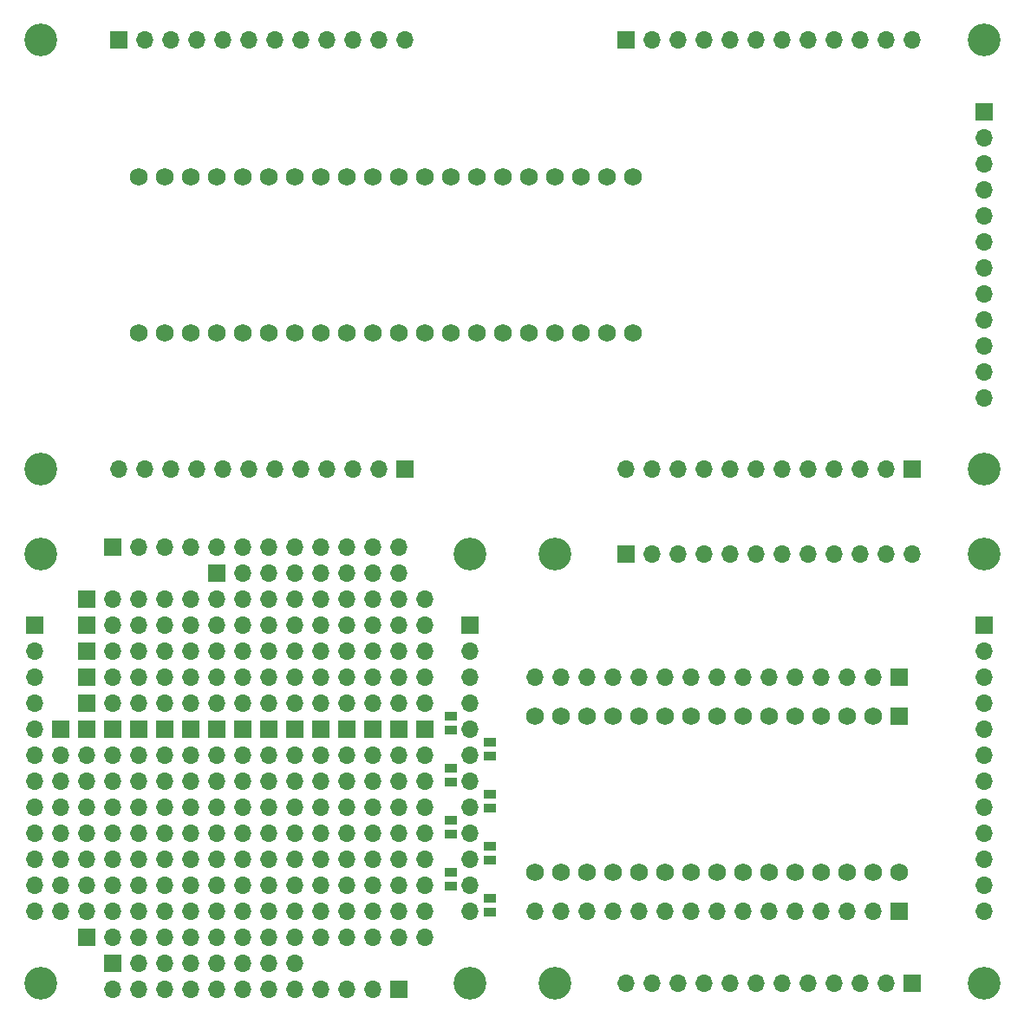
<source format=gbr>
G04 #@! TF.FileFunction,Soldermask,Bot*
%FSLAX46Y46*%
G04 Gerber Fmt 4.6, Leading zero omitted, Abs format (unit mm)*
G04 Created by KiCad (PCBNEW 4.0.7+dfsg1-1~bpo9+1) date Wed May  2 15:24:50 2018*
%MOMM*%
%LPD*%
G01*
G04 APERTURE LIST*
%ADD10C,0.100000*%
%ADD11C,1.727200*%
%ADD12R,1.700000X1.700000*%
%ADD13O,1.700000X1.700000*%
%ADD14C,3.200000*%
%ADD15R,1.270000X0.970000*%
%ADD16R,1.727200X1.727200*%
G04 APERTURE END LIST*
D10*
D11*
X71755000Y-48260000D03*
X74295000Y-48260000D03*
X76835000Y-48260000D03*
X79375000Y-48260000D03*
X81915000Y-48260000D03*
X84455000Y-48260000D03*
X86995000Y-48260000D03*
X89535000Y-48260000D03*
X92075000Y-48260000D03*
X94615000Y-48260000D03*
X97155000Y-48260000D03*
X99695000Y-48260000D03*
X102235000Y-48260000D03*
X104775000Y-48260000D03*
X107315000Y-48260000D03*
X109855000Y-48260000D03*
X112395000Y-48260000D03*
X114935000Y-48260000D03*
X117475000Y-48260000D03*
X120015000Y-48260000D03*
X71755000Y-63500000D03*
X74295000Y-63500000D03*
X76835000Y-63500000D03*
X79375000Y-63500000D03*
X81915000Y-63500000D03*
X84455000Y-63500000D03*
X86995000Y-63500000D03*
X89535000Y-63500000D03*
X92075000Y-63500000D03*
X94615000Y-63500000D03*
X97155000Y-63500000D03*
X99695000Y-63500000D03*
X102235000Y-63500000D03*
X104775000Y-63500000D03*
X107315000Y-63500000D03*
X109855000Y-63500000D03*
X112395000Y-63500000D03*
X114935000Y-63500000D03*
X117475000Y-63500000D03*
X120015000Y-63500000D03*
D12*
X147320000Y-76835000D03*
D13*
X144780000Y-76835000D03*
X142240000Y-76835000D03*
X139700000Y-76835000D03*
X137160000Y-76835000D03*
X134620000Y-76835000D03*
X132080000Y-76835000D03*
X129540000Y-76835000D03*
X127000000Y-76835000D03*
X124460000Y-76835000D03*
X121920000Y-76835000D03*
X119380000Y-76835000D03*
D12*
X154305000Y-41910000D03*
D13*
X154305000Y-44450000D03*
X154305000Y-46990000D03*
X154305000Y-49530000D03*
X154305000Y-52070000D03*
X154305000Y-54610000D03*
X154305000Y-57150000D03*
X154305000Y-59690000D03*
X154305000Y-62230000D03*
X154305000Y-64770000D03*
X154305000Y-67310000D03*
X154305000Y-69850000D03*
D12*
X119380000Y-34925000D03*
D13*
X121920000Y-34925000D03*
X124460000Y-34925000D03*
X127000000Y-34925000D03*
X129540000Y-34925000D03*
X132080000Y-34925000D03*
X134620000Y-34925000D03*
X137160000Y-34925000D03*
X139700000Y-34925000D03*
X142240000Y-34925000D03*
X144780000Y-34925000D03*
X147320000Y-34925000D03*
D14*
X154305000Y-34925000D03*
X154305000Y-76835000D03*
X62230000Y-76835000D03*
X62230000Y-34925000D03*
D12*
X69850000Y-34925000D03*
D13*
X72390000Y-34925000D03*
X74930000Y-34925000D03*
X77470000Y-34925000D03*
X80010000Y-34925000D03*
X82550000Y-34925000D03*
X85090000Y-34925000D03*
X87630000Y-34925000D03*
X90170000Y-34925000D03*
X92710000Y-34925000D03*
X95250000Y-34925000D03*
X97790000Y-34925000D03*
D12*
X97790000Y-76835000D03*
D13*
X95250000Y-76835000D03*
X92710000Y-76835000D03*
X90170000Y-76835000D03*
X87630000Y-76835000D03*
X85090000Y-76835000D03*
X82550000Y-76835000D03*
X80010000Y-76835000D03*
X77470000Y-76835000D03*
X74930000Y-76835000D03*
X72390000Y-76835000D03*
X69850000Y-76835000D03*
D15*
X102235000Y-107320000D03*
X102235000Y-106040000D03*
D12*
X104140000Y-92075000D03*
D13*
X104140000Y-94615000D03*
X104140000Y-97155000D03*
X104140000Y-99695000D03*
X104140000Y-102235000D03*
X104140000Y-104775000D03*
X104140000Y-107315000D03*
X104140000Y-109855000D03*
X104140000Y-112395000D03*
X104140000Y-114935000D03*
X104140000Y-117475000D03*
X104140000Y-120015000D03*
D12*
X64135000Y-102235000D03*
D13*
X64135000Y-104775000D03*
X64135000Y-107315000D03*
X64135000Y-109855000D03*
X64135000Y-112395000D03*
X64135000Y-114935000D03*
X64135000Y-117475000D03*
X64135000Y-120015000D03*
D12*
X66675000Y-102235000D03*
D13*
X66675000Y-104775000D03*
X66675000Y-107315000D03*
X66675000Y-109855000D03*
X66675000Y-112395000D03*
X66675000Y-114935000D03*
X66675000Y-117475000D03*
X66675000Y-120015000D03*
D12*
X66675000Y-97155000D03*
D13*
X69215000Y-97155000D03*
X71755000Y-97155000D03*
X74295000Y-97155000D03*
X76835000Y-97155000D03*
X79375000Y-97155000D03*
X81915000Y-97155000D03*
X84455000Y-97155000D03*
X86995000Y-97155000D03*
X89535000Y-97155000D03*
X92075000Y-97155000D03*
X94615000Y-97155000D03*
X97155000Y-97155000D03*
X99695000Y-97155000D03*
D12*
X66675000Y-99695000D03*
D13*
X69215000Y-99695000D03*
X71755000Y-99695000D03*
X74295000Y-99695000D03*
X76835000Y-99695000D03*
X79375000Y-99695000D03*
X81915000Y-99695000D03*
X84455000Y-99695000D03*
X86995000Y-99695000D03*
X89535000Y-99695000D03*
X92075000Y-99695000D03*
X94615000Y-99695000D03*
X97155000Y-99695000D03*
X99695000Y-99695000D03*
D12*
X66675000Y-89535000D03*
D13*
X69215000Y-89535000D03*
X71755000Y-89535000D03*
X74295000Y-89535000D03*
X76835000Y-89535000D03*
X79375000Y-89535000D03*
X81915000Y-89535000D03*
X84455000Y-89535000D03*
X86995000Y-89535000D03*
X89535000Y-89535000D03*
X92075000Y-89535000D03*
X94615000Y-89535000D03*
X97155000Y-89535000D03*
X99695000Y-89535000D03*
D14*
X62230000Y-85090000D03*
X104140000Y-85090000D03*
X104140000Y-127000000D03*
X62230000Y-127000000D03*
D12*
X61595000Y-92075000D03*
D13*
X61595000Y-94615000D03*
X61595000Y-97155000D03*
X61595000Y-99695000D03*
X61595000Y-102235000D03*
X61595000Y-104775000D03*
X61595000Y-107315000D03*
X61595000Y-109855000D03*
X61595000Y-112395000D03*
X61595000Y-114935000D03*
X61595000Y-117475000D03*
X61595000Y-120015000D03*
D12*
X69215000Y-84455000D03*
D13*
X71755000Y-84455000D03*
X74295000Y-84455000D03*
X76835000Y-84455000D03*
X79375000Y-84455000D03*
X81915000Y-84455000D03*
X84455000Y-84455000D03*
X86995000Y-84455000D03*
X89535000Y-84455000D03*
X92075000Y-84455000D03*
X94615000Y-84455000D03*
X97155000Y-84455000D03*
D12*
X97155000Y-127635000D03*
D13*
X94615000Y-127635000D03*
X92075000Y-127635000D03*
X89535000Y-127635000D03*
X86995000Y-127635000D03*
X84455000Y-127635000D03*
X81915000Y-127635000D03*
X79375000Y-127635000D03*
X76835000Y-127635000D03*
X74295000Y-127635000D03*
X71755000Y-127635000D03*
X69215000Y-127635000D03*
D12*
X97155000Y-102235000D03*
D13*
X97155000Y-104775000D03*
X97155000Y-107315000D03*
X97155000Y-109855000D03*
X97155000Y-112395000D03*
X97155000Y-114935000D03*
X97155000Y-117475000D03*
X97155000Y-120015000D03*
D12*
X81915000Y-102235000D03*
D13*
X81915000Y-104775000D03*
X81915000Y-107315000D03*
X81915000Y-109855000D03*
X81915000Y-112395000D03*
X81915000Y-114935000D03*
X81915000Y-117475000D03*
X81915000Y-120015000D03*
D12*
X79375000Y-102235000D03*
D13*
X79375000Y-104775000D03*
X79375000Y-107315000D03*
X79375000Y-109855000D03*
X79375000Y-112395000D03*
X79375000Y-114935000D03*
X79375000Y-117475000D03*
X79375000Y-120015000D03*
D12*
X89535000Y-102235000D03*
D13*
X89535000Y-104775000D03*
X89535000Y-107315000D03*
X89535000Y-109855000D03*
X89535000Y-112395000D03*
X89535000Y-114935000D03*
X89535000Y-117475000D03*
X89535000Y-120015000D03*
D12*
X86995000Y-102235000D03*
D13*
X86995000Y-104775000D03*
X86995000Y-107315000D03*
X86995000Y-109855000D03*
X86995000Y-112395000D03*
X86995000Y-114935000D03*
X86995000Y-117475000D03*
X86995000Y-120015000D03*
D12*
X71755000Y-102235000D03*
D13*
X71755000Y-104775000D03*
X71755000Y-107315000D03*
X71755000Y-109855000D03*
X71755000Y-112395000D03*
X71755000Y-114935000D03*
X71755000Y-117475000D03*
X71755000Y-120015000D03*
D12*
X76835000Y-102235000D03*
D13*
X76835000Y-104775000D03*
X76835000Y-107315000D03*
X76835000Y-109855000D03*
X76835000Y-112395000D03*
X76835000Y-114935000D03*
X76835000Y-117475000D03*
X76835000Y-120015000D03*
D12*
X99695000Y-102235000D03*
D13*
X99695000Y-104775000D03*
X99695000Y-107315000D03*
X99695000Y-109855000D03*
X99695000Y-112395000D03*
X99695000Y-114935000D03*
X99695000Y-117475000D03*
X99695000Y-120015000D03*
D15*
X102235000Y-102240000D03*
X102235000Y-100960000D03*
X106045000Y-104780000D03*
X106045000Y-103500000D03*
X106045000Y-109860000D03*
X106045000Y-108580000D03*
X102235000Y-112400000D03*
X102235000Y-111120000D03*
X106045000Y-114940000D03*
X106045000Y-113660000D03*
X102235000Y-117480000D03*
X102235000Y-116200000D03*
X106045000Y-120020000D03*
X106045000Y-118740000D03*
D12*
X84455000Y-102235000D03*
D13*
X84455000Y-104775000D03*
X84455000Y-107315000D03*
X84455000Y-109855000D03*
X84455000Y-112395000D03*
X84455000Y-114935000D03*
X84455000Y-117475000D03*
X84455000Y-120015000D03*
D12*
X74295000Y-102235000D03*
D13*
X74295000Y-104775000D03*
X74295000Y-107315000D03*
X74295000Y-109855000D03*
X74295000Y-112395000D03*
X74295000Y-114935000D03*
X74295000Y-117475000D03*
X74295000Y-120015000D03*
D12*
X66675000Y-94615000D03*
D13*
X69215000Y-94615000D03*
X71755000Y-94615000D03*
X74295000Y-94615000D03*
X76835000Y-94615000D03*
X79375000Y-94615000D03*
X81915000Y-94615000D03*
X84455000Y-94615000D03*
X86995000Y-94615000D03*
X89535000Y-94615000D03*
X92075000Y-94615000D03*
X94615000Y-94615000D03*
X97155000Y-94615000D03*
X99695000Y-94615000D03*
D12*
X66675000Y-92075000D03*
D13*
X69215000Y-92075000D03*
X71755000Y-92075000D03*
X74295000Y-92075000D03*
X76835000Y-92075000D03*
X79375000Y-92075000D03*
X81915000Y-92075000D03*
X84455000Y-92075000D03*
X86995000Y-92075000D03*
X89535000Y-92075000D03*
X92075000Y-92075000D03*
X94615000Y-92075000D03*
X97155000Y-92075000D03*
X99695000Y-92075000D03*
D12*
X92075000Y-102235000D03*
D13*
X92075000Y-104775000D03*
X92075000Y-107315000D03*
X92075000Y-109855000D03*
X92075000Y-112395000D03*
X92075000Y-114935000D03*
X92075000Y-117475000D03*
X92075000Y-120015000D03*
D12*
X94615000Y-102235000D03*
D13*
X94615000Y-104775000D03*
X94615000Y-107315000D03*
X94615000Y-109855000D03*
X94615000Y-112395000D03*
X94615000Y-114935000D03*
X94615000Y-117475000D03*
X94615000Y-120015000D03*
D12*
X69215000Y-102235000D03*
D13*
X69215000Y-104775000D03*
X69215000Y-107315000D03*
X69215000Y-109855000D03*
X69215000Y-112395000D03*
X69215000Y-114935000D03*
X69215000Y-117475000D03*
X69215000Y-120015000D03*
D12*
X69215000Y-125095000D03*
D13*
X71755000Y-125095000D03*
X74295000Y-125095000D03*
X76835000Y-125095000D03*
X79375000Y-125095000D03*
X81915000Y-125095000D03*
X84455000Y-125095000D03*
X86995000Y-125095000D03*
D12*
X79375000Y-86995000D03*
D13*
X81915000Y-86995000D03*
X84455000Y-86995000D03*
X86995000Y-86995000D03*
X89535000Y-86995000D03*
X92075000Y-86995000D03*
X94615000Y-86995000D03*
X97155000Y-86995000D03*
D12*
X66675000Y-122555000D03*
D13*
X69215000Y-122555000D03*
X71755000Y-122555000D03*
X74295000Y-122555000D03*
X76835000Y-122555000D03*
X79375000Y-122555000D03*
X81915000Y-122555000D03*
X84455000Y-122555000D03*
X86995000Y-122555000D03*
X89535000Y-122555000D03*
X92075000Y-122555000D03*
X94615000Y-122555000D03*
X97155000Y-122555000D03*
X99695000Y-122555000D03*
D12*
X119380000Y-85090000D03*
D13*
X121920000Y-85090000D03*
X124460000Y-85090000D03*
X127000000Y-85090000D03*
X129540000Y-85090000D03*
X132080000Y-85090000D03*
X134620000Y-85090000D03*
X137160000Y-85090000D03*
X139700000Y-85090000D03*
X142240000Y-85090000D03*
X144780000Y-85090000D03*
X147320000Y-85090000D03*
D12*
X154305000Y-92075000D03*
D13*
X154305000Y-94615000D03*
X154305000Y-97155000D03*
X154305000Y-99695000D03*
X154305000Y-102235000D03*
X154305000Y-104775000D03*
X154305000Y-107315000D03*
X154305000Y-109855000D03*
X154305000Y-112395000D03*
X154305000Y-114935000D03*
X154305000Y-117475000D03*
X154305000Y-120015000D03*
D12*
X147320000Y-127000000D03*
D13*
X144780000Y-127000000D03*
X142240000Y-127000000D03*
X139700000Y-127000000D03*
X137160000Y-127000000D03*
X134620000Y-127000000D03*
X132080000Y-127000000D03*
X129540000Y-127000000D03*
X127000000Y-127000000D03*
X124460000Y-127000000D03*
X121920000Y-127000000D03*
X119380000Y-127000000D03*
D14*
X154305000Y-85090000D03*
X154305000Y-127000000D03*
X112395000Y-127000000D03*
X112395000Y-85090000D03*
D11*
X146050000Y-116205000D03*
X143510000Y-116205000D03*
X140970000Y-116205000D03*
X138430000Y-116205000D03*
X135890000Y-116205000D03*
X133350000Y-116205000D03*
X130810000Y-116205000D03*
X128270000Y-116205000D03*
X125730000Y-116205000D03*
X123190000Y-116205000D03*
X120650000Y-116205000D03*
X118110000Y-116205000D03*
X115570000Y-116205000D03*
X113030000Y-116205000D03*
X110490000Y-116205000D03*
X110490000Y-100965000D03*
X113030000Y-100965000D03*
X115570000Y-100965000D03*
X118110000Y-100965000D03*
X120650000Y-100965000D03*
X123190000Y-100965000D03*
X125730000Y-100965000D03*
X128270000Y-100965000D03*
X130810000Y-100965000D03*
X133350000Y-100965000D03*
X135890000Y-100965000D03*
X138430000Y-100965000D03*
X140970000Y-100965000D03*
X143510000Y-100965000D03*
D16*
X146050000Y-100965000D03*
D12*
X146050000Y-97155000D03*
D13*
X143510000Y-97155000D03*
X140970000Y-97155000D03*
X138430000Y-97155000D03*
X135890000Y-97155000D03*
X133350000Y-97155000D03*
X130810000Y-97155000D03*
X128270000Y-97155000D03*
X125730000Y-97155000D03*
X123190000Y-97155000D03*
X120650000Y-97155000D03*
X118110000Y-97155000D03*
X115570000Y-97155000D03*
X113030000Y-97155000D03*
X110490000Y-97155000D03*
D12*
X146050000Y-120015000D03*
D13*
X143510000Y-120015000D03*
X140970000Y-120015000D03*
X138430000Y-120015000D03*
X135890000Y-120015000D03*
X133350000Y-120015000D03*
X130810000Y-120015000D03*
X128270000Y-120015000D03*
X125730000Y-120015000D03*
X123190000Y-120015000D03*
X120650000Y-120015000D03*
X118110000Y-120015000D03*
X115570000Y-120015000D03*
X113030000Y-120015000D03*
X110490000Y-120015000D03*
M02*

</source>
